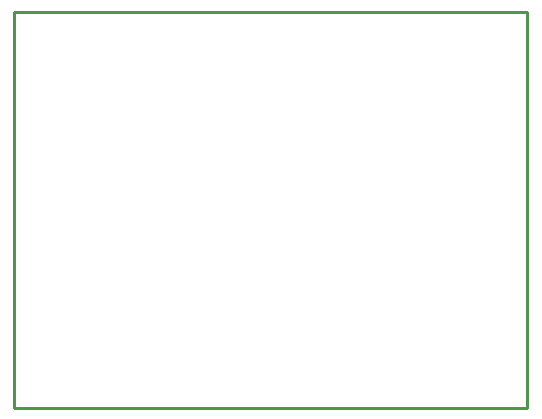
<source format=gm1>
%FSLAX25Y25*%
%MOIN*%
G70*
G01*
G75*
G04 Layer_Color=16711935*
%ADD10O,0.01180X0.05906*%
%ADD11O,0.05906X0.01180*%
%ADD12R,0.17716X0.17716*%
%ADD13R,0.04000X0.03500*%
%ADD14R,0.05906X0.04724*%
%ADD15R,0.03937X0.07087*%
%ADD16R,0.02953X0.02362*%
%ADD17R,0.02362X0.02953*%
%ADD18R,0.02362X0.07874*%
%ADD19R,0.07874X0.02362*%
%ADD20R,0.03500X0.04000*%
%ADD21R,0.04724X0.05512*%
%ADD22R,0.08800X0.04200*%
%ADD23R,0.04000X0.04000*%
%ADD24R,0.01400X0.04000*%
%ADD25R,0.07200X0.08000*%
%ADD26R,0.07200X0.16000*%
%ADD27R,0.04200X0.08800*%
%ADD28R,0.04000X0.04000*%
%ADD29C,0.01000*%
%ADD30C,0.02000*%
%ADD31C,0.04000*%
%ADD32C,0.10000*%
%ADD33R,0.03000X0.03000*%
%ADD34R,0.10000X0.08000*%
%ADD35C,0.12000*%
%ADD36C,0.04000*%
%ADD37R,0.05906X0.05906*%
%ADD38C,0.05906*%
%ADD39C,0.02500*%
%ADD40R,0.17700X0.17700*%
%ADD41R,0.20000X0.20000*%
%ADD42C,0.00600*%
%ADD43C,0.00787*%
%ADD44C,0.00400*%
%ADD45O,0.01580X0.06306*%
%ADD46O,0.06306X0.01580*%
%ADD47R,0.04800X0.04300*%
%ADD48R,0.06706X0.05524*%
%ADD49R,0.04737X0.07887*%
%ADD50R,0.03753X0.03162*%
%ADD51R,0.03162X0.03753*%
%ADD52R,0.03162X0.08674*%
%ADD53R,0.08674X0.03162*%
%ADD54R,0.04300X0.04800*%
%ADD55R,0.05524X0.06312*%
%ADD56R,0.09600X0.05000*%
%ADD57R,0.04800X0.04800*%
%ADD58R,0.02200X0.04800*%
%ADD59R,0.08000X0.08800*%
%ADD60R,0.08000X0.16800*%
%ADD61R,0.05000X0.09600*%
%ADD62R,0.04800X0.04800*%
%ADD63R,0.10800X0.08800*%
%ADD64C,0.12800*%
%ADD65R,0.06706X0.06706*%
%ADD66C,0.06706*%
%ADD67C,0.03300*%
%ADD68R,0.18500X0.18500*%
%ADD69R,0.20800X0.20800*%
D29*
X0Y0D02*
Y132000D01*
X171000D01*
Y0D02*
Y132000D01*
X0Y0D02*
X171000D01*
M02*

</source>
